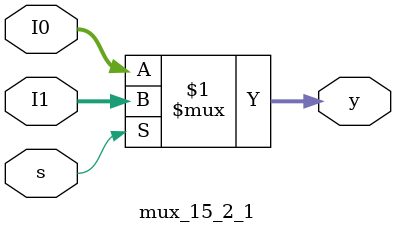
<source format=v>
module mux_15_2_1(input s,
					input [15:0] I0,
					input [15:0] I1,
					output [15:0] y
					); 

assign y = (s) ? I1 : I0;

endmodule 
</source>
